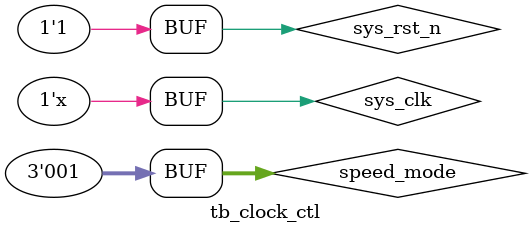
<source format=v>
`timescale 1ns / 1ps

module tb_clock_ctl();

reg sys_clk;
reg sys_rst_n;
reg [2:0] speed_mode;

wire sys_clk;
wire MDIO_clk;

initial begin
    sys_clk = 1'b0;
    sys_rst_n <= 1'b0;
    #20
    sys_rst_n <= 1'b1;
    #1000
    speed_mode <= 3'b100;
    #1000
    speed_mode <= 3'b010;
    #1000
    speed_mode <= 3'b001;
end

always #5 sys_clk = ~sys_clk;

clock_ctl clock_ctl_inst(
    .sys_clk        (sys_clk), //系统时钟 input wire 
    .sys_rst_n      (sys_rst_n),   //input wire 

    .speed_mode     (speed_mode),    //速度模式	100：1000Mbps 010：100Mbps 001：10Mbps  input wire [2:0] 

    .mac_clk        (mac_clk), //output wire 
    .MDIO_clk       (MDIO_clk) //MDIO时钟    output wire 
);
endmodule
</source>
